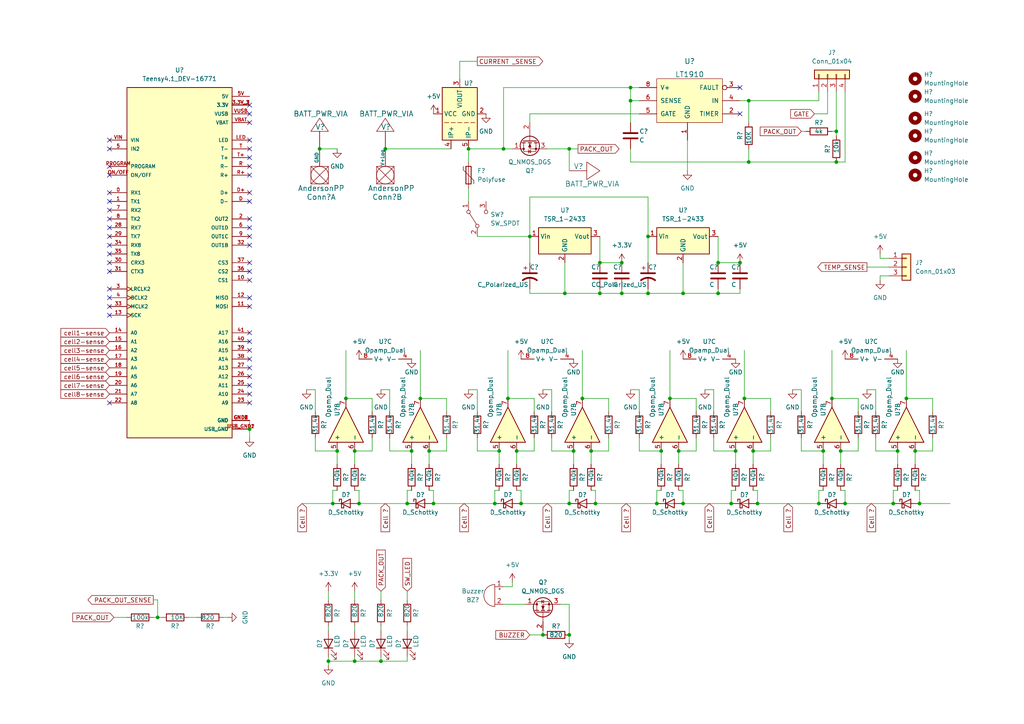
<source format=kicad_sch>
(kicad_sch (version 20211123) (generator eeschema)
  (paper "A4")
  (junction (at 153.67 68.58))
  (junction (at 214.63 76.2))
  (junction (at 208.28 76.2))
  (junction (at 238.76 130.81))
  (junction (at 180.34 85.09))
  (junction (at 135.89 43.18))
  (junction (at 260.35 130.81))
  (junction (at 196.85 130.81))
  (junction (at 245.11 146.05))
  (junction (at 121.92 115.57))
  (junction (at 198.12 146.05))
  (junction (at 102.87 191.77))
  (junction (at 187.96 85.09))
  (junction (at 237.49 146.05))
  (junction (at 198.12 85.09))
  (junction (at 218.44 130.81))
  (junction (at 171.45 130.81))
  (junction (at 125.73 146.05))
  (junction (at 182.88 29.21))
  (junction (at 119.38 130.81))
  (junction (at 165.1 146.05))
  (junction (at 262.89 115.57))
  (junction (at 118.11 146.05))
  (junction (at 72.39 124.46))
  (junction (at 241.3 115.57))
  (junction (at 147.32 115.57))
  (junction (at 208.28 85.09))
  (junction (at 182.88 25.4))
  (junction (at 217.17 46.99))
  (junction (at 190.5 146.05))
  (junction (at 143.51 146.05))
  (junction (at 102.87 130.81))
  (junction (at 95.25 191.77))
  (junction (at 104.14 146.05))
  (junction (at 180.34 76.2))
  (junction (at 194.31 115.57))
  (junction (at 110.49 191.77))
  (junction (at 100.33 115.57))
  (junction (at 144.78 130.81))
  (junction (at 45.72 179.07))
  (junction (at 165.1 43.18))
  (junction (at 265.43 130.81))
  (junction (at 97.79 130.81))
  (junction (at 187.96 68.58))
  (junction (at 242.57 46.99))
  (junction (at 149.86 130.81))
  (junction (at 213.36 130.81))
  (junction (at 172.72 146.05))
  (junction (at 191.77 130.81))
  (junction (at 92.71 43.18))
  (junction (at 151.13 146.05))
  (junction (at 146.05 43.18))
  (junction (at 215.9 115.57))
  (junction (at 166.37 130.81))
  (junction (at 173.99 85.09))
  (junction (at 173.99 76.2))
  (junction (at 124.46 130.81))
  (junction (at 217.17 29.21))
  (junction (at 242.57 38.1))
  (junction (at 165.1 184.15))
  (junction (at 111.76 43.18))
  (junction (at 96.52 146.05))
  (junction (at 212.09 146.05))
  (junction (at 243.84 130.81))
  (junction (at 266.7 146.05))
  (junction (at 163.83 85.09))
  (junction (at 259.08 146.05))
  (junction (at 157.48 184.15))
  (junction (at 168.91 115.57))
  (junction (at 219.71 146.05))
  (no_connect (at 72.39 116.84))
  (no_connect (at 72.39 114.3))
  (no_connect (at 72.39 111.76))
  (no_connect (at 72.39 109.22))
  (no_connect (at 72.39 106.68))
  (no_connect (at 72.39 104.14))
  (no_connect (at 72.39 101.6))
  (no_connect (at 72.39 99.06))
  (no_connect (at 72.39 96.52))
  (no_connect (at 31.75 116.84))
  (no_connect (at 72.39 88.9))
  (no_connect (at 72.39 86.36))
  (no_connect (at 31.75 55.88))
  (no_connect (at 31.75 58.42))
  (no_connect (at 31.75 60.96))
  (no_connect (at 31.75 63.5))
  (no_connect (at 31.75 66.04))
  (no_connect (at 31.75 68.58))
  (no_connect (at 31.75 71.12))
  (no_connect (at 31.75 73.66))
  (no_connect (at 31.75 76.2))
  (no_connect (at 72.39 81.28))
  (no_connect (at 72.39 78.74))
  (no_connect (at 72.39 76.2))
  (no_connect (at 72.39 71.12))
  (no_connect (at 72.39 68.58))
  (no_connect (at 72.39 66.04))
  (no_connect (at 72.39 63.5))
  (no_connect (at 72.39 30.48))
  (no_connect (at 72.39 33.02))
  (no_connect (at 72.39 35.56))
  (no_connect (at 31.75 40.64))
  (no_connect (at 31.75 43.18))
  (no_connect (at 31.75 48.26))
  (no_connect (at 31.75 50.8))
  (no_connect (at 31.75 78.74))
  (no_connect (at 31.75 83.82))
  (no_connect (at 31.75 86.36))
  (no_connect (at 31.75 88.9))
  (no_connect (at 31.75 91.44))
  (no_connect (at 72.39 40.64))
  (no_connect (at 72.39 43.18))
  (no_connect (at 72.39 45.72))
  (no_connect (at 72.39 48.26))
  (no_connect (at 72.39 50.8))
  (no_connect (at 214.63 25.4))
  (no_connect (at 214.63 33.02))
  (no_connect (at 72.39 55.88))
  (no_connect (at 72.39 58.42))
  (wire (pts (xy 176.53 119.38) (xy 176.53 115.57)))
  (wire (pts (xy 118.11 142.24) (xy 118.11 146.05)))
  (wire (pts (xy 270.51 130.81) (xy 270.51 127)))
  (wire (pts (xy 187.96 85.09) (xy 198.12 85.09)))
  (wire (pts (xy 100.33 101.6) (xy 100.33 115.57)))
  (wire (pts (xy 176.53 115.57) (xy 168.91 115.57)))
  (wire (pts (xy 111.76 43.18) (xy 130.81 43.18)))
  (wire (pts (xy 198.12 85.09) (xy 208.28 85.09)))
  (wire (pts (xy 255.27 80.01) (xy 257.81 80.01)))
  (wire (pts (xy 208.28 85.09) (xy 214.63 85.09)))
  (wire (pts (xy 153.67 83.82) (xy 153.67 85.09)))
  (wire (pts (xy 165.1 184.15) (xy 165.1 185.42)))
  (wire (pts (xy 255.27 74.93) (xy 255.27 73.66)))
  (wire (pts (xy 245.11 26.67) (xy 245.11 46.99)))
  (wire (pts (xy 44.45 173.99) (xy 45.72 173.99)))
  (wire (pts (xy 207.01 130.81) (xy 207.01 127)))
  (wire (pts (xy 232.41 130.81) (xy 238.76 130.81)))
  (wire (pts (xy 245.11 46.99) (xy 242.57 46.99)))
  (wire (pts (xy 87.63 146.05) (xy 96.52 146.05)))
  (wire (pts (xy 104.14 142.24) (xy 104.14 146.05)))
  (wire (pts (xy 166.37 142.24) (xy 165.1 142.24)))
  (wire (pts (xy 218.44 142.24) (xy 219.71 142.24)))
  (wire (pts (xy 95.25 181.61) (xy 95.25 182.88)))
  (wire (pts (xy 180.34 83.82) (xy 180.34 85.09)))
  (wire (pts (xy 135.89 43.18) (xy 135.89 46.99)))
  (wire (pts (xy 163.83 85.09) (xy 173.99 85.09)))
  (wire (pts (xy 243.84 130.81) (xy 243.84 134.62)))
  (wire (pts (xy 102.87 142.24) (xy 104.14 142.24)))
  (wire (pts (xy 146.05 25.4) (xy 182.88 25.4)))
  (wire (pts (xy 190.5 142.24) (xy 190.5 146.05)))
  (wire (pts (xy 257.81 74.93) (xy 255.27 74.93)))
  (wire (pts (xy 266.7 142.24) (xy 266.7 146.05)))
  (wire (pts (xy 158.75 43.18) (xy 165.1 43.18)))
  (wire (pts (xy 185.42 130.81) (xy 185.42 127)))
  (wire (pts (xy 218.44 130.81) (xy 223.52 130.81)))
  (wire (pts (xy 133.35 17.78) (xy 138.43 17.78)))
  (wire (pts (xy 110.49 171.45) (xy 110.49 173.99)))
  (wire (pts (xy 45.72 173.99) (xy 45.72 179.07)))
  (wire (pts (xy 194.31 101.6) (xy 194.31 115.57)))
  (wire (pts (xy 217.17 43.18) (xy 217.17 46.99)))
  (wire (pts (xy 248.92 115.57) (xy 241.3 115.57)))
  (wire (pts (xy 217.17 46.99) (xy 242.57 46.99)))
  (wire (pts (xy 133.35 22.86) (xy 133.35 17.78)))
  (wire (pts (xy 144.78 130.81) (xy 144.78 134.62)))
  (wire (pts (xy 173.99 68.58) (xy 173.99 76.2)))
  (wire (pts (xy 118.11 181.61) (xy 118.11 182.88)))
  (wire (pts (xy 187.96 68.58) (xy 187.96 76.2)))
  (wire (pts (xy 154.94 119.38) (xy 154.94 115.57)))
  (wire (pts (xy 196.85 130.81) (xy 201.93 130.81)))
  (wire (pts (xy 248.92 119.38) (xy 248.92 115.57)))
  (wire (pts (xy 102.87 190.5) (xy 102.87 191.77)))
  (wire (pts (xy 173.99 85.09) (xy 180.34 85.09)))
  (wire (pts (xy 213.36 142.24) (xy 212.09 142.24)))
  (wire (pts (xy 146.05 43.18) (xy 148.59 43.18)))
  (wire (pts (xy 144.78 142.24) (xy 143.51 142.24)))
  (wire (pts (xy 255.27 81.28) (xy 255.27 80.01)))
  (wire (pts (xy 232.41 38.1) (xy 233.68 38.1)))
  (wire (pts (xy 102.87 130.81) (xy 102.87 134.62)))
  (wire (pts (xy 212.09 142.24) (xy 212.09 146.05)))
  (wire (pts (xy 245.11 142.24) (xy 245.11 146.05)))
  (wire (pts (xy 182.88 25.4) (xy 182.88 29.21)))
  (wire (pts (xy 162.56 175.26) (xy 165.1 175.26)))
  (wire (pts (xy 168.91 101.6) (xy 168.91 115.57)))
  (wire (pts (xy 44.45 179.07) (xy 45.72 179.07)))
  (wire (pts (xy 138.43 68.58) (xy 153.67 68.58)))
  (wire (pts (xy 153.67 184.15) (xy 157.48 184.15)))
  (wire (pts (xy 260.35 130.81) (xy 260.35 134.62)))
  (wire (pts (xy 204.47 113.03) (xy 207.01 113.03)))
  (wire (pts (xy 185.42 113.03) (xy 185.42 119.38)))
  (wire (pts (xy 191.77 130.81) (xy 191.77 134.62)))
  (wire (pts (xy 97.79 130.81) (xy 97.79 134.62)))
  (wire (pts (xy 196.85 130.81) (xy 196.85 134.62)))
  (wire (pts (xy 107.95 119.38) (xy 107.95 115.57)))
  (wire (pts (xy 149.86 130.81) (xy 154.94 130.81)))
  (wire (pts (xy 172.72 146.05) (xy 190.5 146.05)))
  (wire (pts (xy 207.01 130.81) (xy 213.36 130.81)))
  (wire (pts (xy 213.36 130.81) (xy 213.36 134.62)))
  (wire (pts (xy 223.52 115.57) (xy 215.9 115.57)))
  (wire (pts (xy 198.12 142.24) (xy 198.12 146.05)))
  (wire (pts (xy 214.63 29.21) (xy 217.17 29.21)))
  (wire (pts (xy 129.54 130.81) (xy 129.54 127)))
  (wire (pts (xy 171.45 142.24) (xy 172.72 142.24)))
  (wire (pts (xy 163.83 76.2) (xy 163.83 85.09)))
  (wire (pts (xy 171.45 130.81) (xy 176.53 130.81)))
  (wire (pts (xy 96.52 142.24) (xy 96.52 146.05)))
  (wire (pts (xy 182.88 25.4) (xy 185.42 25.4)))
  (wire (pts (xy 238.76 130.81) (xy 238.76 134.62)))
  (wire (pts (xy 143.51 142.24) (xy 143.51 146.05)))
  (wire (pts (xy 201.93 130.81) (xy 201.93 127)))
  (wire (pts (xy 154.94 130.81) (xy 154.94 127)))
  (wire (pts (xy 218.44 130.81) (xy 218.44 134.62)))
  (wire (pts (xy 110.49 190.5) (xy 110.49 191.77)))
  (wire (pts (xy 153.67 35.56) (xy 153.67 33.02)))
  (wire (pts (xy 125.73 142.24) (xy 125.73 146.05)))
  (wire (pts (xy 217.17 29.21) (xy 217.17 35.56)))
  (wire (pts (xy 54.61 179.07) (xy 57.15 179.07)))
  (wire (pts (xy 240.03 26.67) (xy 240.03 33.02)))
  (wire (pts (xy 187.96 83.82) (xy 187.96 85.09)))
  (wire (pts (xy 265.43 142.24) (xy 266.7 142.24)))
  (wire (pts (xy 149.86 130.81) (xy 149.86 134.62)))
  (wire (pts (xy 266.7 146.05) (xy 275.59 146.05)))
  (wire (pts (xy 91.44 130.81) (xy 97.79 130.81)))
  (wire (pts (xy 187.96 57.15) (xy 187.96 68.58)))
  (wire (pts (xy 165.1 175.26) (xy 165.1 184.15)))
  (wire (pts (xy 201.93 115.57) (xy 194.31 115.57)))
  (wire (pts (xy 207.01 113.03) (xy 207.01 119.38)))
  (wire (pts (xy 232.41 113.03) (xy 232.41 119.38)))
  (wire (pts (xy 196.85 142.24) (xy 198.12 142.24)))
  (wire (pts (xy 113.03 113.03) (xy 113.03 119.38)))
  (wire (pts (xy 245.11 146.05) (xy 259.08 146.05)))
  (wire (pts (xy 176.53 130.81) (xy 176.53 127)))
  (wire (pts (xy 124.46 130.81) (xy 129.54 130.81)))
  (wire (pts (xy 110.49 113.03) (xy 113.03 113.03)))
  (wire (pts (xy 248.92 130.81) (xy 248.92 127)))
  (wire (pts (xy 237.49 142.24) (xy 237.49 146.05)))
  (wire (pts (xy 265.43 130.81) (xy 270.51 130.81)))
  (wire (pts (xy 146.05 175.26) (xy 152.4 175.26)))
  (wire (pts (xy 64.77 179.07) (xy 66.04 179.07)))
  (wire (pts (xy 146.05 43.18) (xy 146.05 25.4)))
  (wire (pts (xy 260.35 142.24) (xy 259.08 142.24)))
  (wire (pts (xy 242.57 26.67) (xy 242.57 38.1)))
  (wire (pts (xy 121.92 101.6) (xy 121.92 115.57)))
  (wire (pts (xy 270.51 115.57) (xy 262.89 115.57)))
  (wire (pts (xy 215.9 101.6) (xy 215.9 115.57)))
  (wire (pts (xy 199.39 40.64) (xy 199.39 49.53)))
  (wire (pts (xy 88.9 113.03) (xy 91.44 113.03)))
  (wire (pts (xy 153.67 85.09) (xy 163.83 85.09)))
  (wire (pts (xy 97.79 142.24) (xy 96.52 142.24)))
  (wire (pts (xy 254 130.81) (xy 254 127)))
  (wire (pts (xy 251.46 113.03) (xy 254 113.03)))
  (wire (pts (xy 157.48 113.03) (xy 160.02 113.03)))
  (wire (pts (xy 95.25 191.77) (xy 95.25 193.04)))
  (wire (pts (xy 149.86 142.24) (xy 151.13 142.24)))
  (wire (pts (xy 191.77 142.24) (xy 190.5 142.24)))
  (wire (pts (xy 172.72 142.24) (xy 172.72 146.05)))
  (wire (pts (xy 173.99 83.82) (xy 173.99 85.09)))
  (wire (pts (xy 148.59 170.18) (xy 148.59 168.91)))
  (wire (pts (xy 135.89 58.42) (xy 135.89 54.61)))
  (wire (pts (xy 223.52 119.38) (xy 223.52 115.57)))
  (wire (pts (xy 232.41 130.81) (xy 232.41 127)))
  (wire (pts (xy 259.08 142.24) (xy 259.08 146.05)))
  (wire (pts (xy 72.39 121.92) (xy 72.39 124.46)))
  (wire (pts (xy 154.94 115.57) (xy 147.32 115.57)))
  (wire (pts (xy 229.87 113.03) (xy 232.41 113.03)))
  (wire (pts (xy 72.39 124.46) (xy 72.39 127)))
  (wire (pts (xy 214.63 83.82) (xy 214.63 85.09)))
  (wire (pts (xy 113.03 130.81) (xy 119.38 130.81)))
  (wire (pts (xy 219.71 142.24) (xy 219.71 146.05)))
  (wire (pts (xy 160.02 130.81) (xy 166.37 130.81)))
  (wire (pts (xy 243.84 142.24) (xy 245.11 142.24)))
  (wire (pts (xy 265.43 130.81) (xy 265.43 134.62)))
  (wire (pts (xy 153.67 68.58) (xy 153.67 76.2)))
  (wire (pts (xy 124.46 130.81) (xy 124.46 134.62)))
  (wire (pts (xy 125.73 146.05) (xy 143.51 146.05)))
  (wire (pts (xy 151.13 146.05) (xy 165.1 146.05)))
  (wire (pts (xy 147.32 101.6) (xy 147.32 115.57)))
  (wire (pts (xy 113.03 130.81) (xy 113.03 127)))
  (wire (pts (xy 182.88 29.21) (xy 185.42 29.21)))
  (wire (pts (xy 146.05 170.18) (xy 148.59 170.18)))
  (wire (pts (xy 153.67 33.02) (xy 185.42 33.02)))
  (wire (pts (xy 237.49 26.67) (xy 237.49 29.21)))
  (wire (pts (xy 201.93 119.38) (xy 201.93 115.57)))
  (wire (pts (xy 182.88 29.21) (xy 182.88 35.56)))
  (wire (pts (xy 241.3 101.6) (xy 241.3 115.57)))
  (wire (pts (xy 219.71 146.05) (xy 237.49 146.05)))
  (wire (pts (xy 129.54 115.57) (xy 121.92 115.57)))
  (wire (pts (xy 95.25 190.5) (xy 95.25 191.77)))
  (wire (pts (xy 118.11 191.77) (xy 110.49 191.77)))
  (wire (pts (xy 198.12 76.2) (xy 198.12 85.09)))
  (wire (pts (xy 151.13 142.24) (xy 151.13 146.05)))
  (wire (pts (xy 110.49 181.61) (xy 110.49 182.88)))
  (wire (pts (xy 165.1 43.18) (xy 167.64 43.18)))
  (wire (pts (xy 135.89 113.03) (xy 138.43 113.03)))
  (wire (pts (xy 129.54 119.38) (xy 129.54 115.57)))
  (wire (pts (xy 118.11 190.5) (xy 118.11 191.77)))
  (wire (pts (xy 165.1 43.18) (xy 165.1 49.53)))
  (wire (pts (xy 238.76 142.24) (xy 237.49 142.24)))
  (wire (pts (xy 182.88 43.18) (xy 182.88 46.99)))
  (wire (pts (xy 157.48 182.88) (xy 157.48 184.15)))
  (wire (pts (xy 138.43 130.81) (xy 144.78 130.81)))
  (wire (pts (xy 185.42 130.81) (xy 191.77 130.81)))
  (wire (pts (xy 45.72 179.07) (xy 46.99 179.07)))
  (wire (pts (xy 138.43 113.03) (xy 138.43 119.38)))
  (wire (pts (xy 166.37 130.81) (xy 166.37 134.62)))
  (wire (pts (xy 251.46 77.47) (xy 257.81 77.47)))
  (wire (pts (xy 107.95 115.57) (xy 100.33 115.57)))
  (wire (pts (xy 173.99 76.2) (xy 180.34 76.2)))
  (wire (pts (xy 208.28 76.2) (xy 214.63 76.2)))
  (wire (pts (xy 180.34 85.09) (xy 187.96 85.09)))
  (wire (pts (xy 102.87 171.45) (xy 102.87 173.99)))
  (wire (pts (xy 182.88 113.03) (xy 185.42 113.03)))
  (wire (pts (xy 208.28 68.58) (xy 208.28 76.2)))
  (wire (pts (xy 217.17 29.21) (xy 237.49 29.21)))
  (wire (pts (xy 241.3 38.1) (xy 242.57 38.1)))
  (wire (pts (xy 153.67 57.15) (xy 187.96 57.15)))
  (wire (pts (xy 135.89 43.18) (xy 146.05 43.18)))
  (wire (pts (xy 160.02 130.81) (xy 160.02 127)))
  (wire (pts (xy 254 130.81) (xy 260.35 130.81)))
  (wire (pts (xy 208.28 83.82) (xy 208.28 85.09)))
  (wire (pts (xy 254 113.03) (xy 254 119.38)))
  (wire (pts (xy 243.84 130.81) (xy 248.92 130.81)))
  (wire (pts (xy 104.14 146.05) (xy 118.11 146.05)))
  (wire (pts (xy 107.95 130.81) (xy 107.95 127)))
  (wire (pts (xy 182.88 46.99) (xy 217.17 46.99)))
  (wire (pts (xy 95.25 171.45) (xy 95.25 173.99)))
  (wire (pts (xy 91.44 130.81) (xy 91.44 127)))
  (wire (pts (xy 102.87 191.77) (xy 95.25 191.77)))
  (wire (pts (xy 160.02 113.03) (xy 160.02 119.38)))
  (wire (pts (xy 118.11 171.45) (xy 118.11 173.99)))
  (wire (pts (xy 198.12 146.05) (xy 212.09 146.05)))
  (wire (pts (xy 171.45 130.81) (xy 171.45 134.62)))
  (wire (pts (xy 262.89 101.6) (xy 262.89 115.57)))
  (wire (pts (xy 236.22 33.02) (xy 240.03 33.02)))
  (wire (pts (xy 165.1 142.24) (xy 165.1 146.05)))
  (wire (pts (xy 153.67 68.58) (xy 153.67 57.15)))
  (wire (pts (xy 110.49 191.77) (xy 102.87 191.77)))
  (wire (pts (xy 270.51 119.38) (xy 270.51 115.57)))
  (wire (pts (xy 102.87 130.81) (xy 107.95 130.81)))
  (wire (pts (xy 124.46 142.24) (xy 125.73 142.24)))
  (wire (pts (xy 242.57 38.1) (xy 242.57 39.37)))
  (wire (pts (xy 223.52 130.81) (xy 223.52 127)))
  (wire (pts (xy 138.43 130.81) (xy 138.43 127)))
  (wire (pts (xy 119.38 142.24) (xy 118.11 142.24)))
  (wire (pts (xy 102.87 181.61) (xy 102.87 182.88)))
  (wire (pts (xy 33.02 179.07) (xy 36.83 179.07)))
  (wire (pts (xy 92.71 43.18) (xy 97.79 43.18)))
  (wire (pts (xy 91.44 113.03) (xy 91.44 119.38)))
  (wire (pts (xy 119.38 130.81) (xy 119.38 134.62)))
  (global_label "cell4-sense" (shape input) (at 31.75 104.14 180) (property "Intersheet References" "${INTERSHEET_REFS}" (effects hide)))
  (global_label "TEMP_SENSE" (shape output) (at 251.46 77.47 180) (property "Intersheet References" "${INTERSHEET_REFS}" (effects hide)))
  (global_label "Cell ?" (shape input) (at 111.76 146.05 270) (property "Intersheet References" "${INTERSHEET_REFS}" (effects hide)))
  (global_label "Cell ?" (shape input) (at 228.6 146.05 270) (property "Intersheet References" "${INTERSHEET_REFS}" (effects hide)))
  (global_label "cell3-sense" (shape input) (at 31.75 101.6 180) (property "Intersheet References" "${INTERSHEET_REFS}" (effects hide)))
  (global_label "Cell ?" (shape input) (at 181.61 146.05 270) (property "Intersheet References" "${INTERSHEET_REFS}" (effects hide)))
  (global_label "Cell ?" (shape input) (at 252.73 146.05 270) (property "Intersheet References" "${INTERSHEET_REFS}" (effects hide)))
  (global_label "CURRENT _SENSE" (shape output) (at 138.43 17.78 0) (property "Intersheet References" "${INTERSHEET_REFS}" (effects hide)))
  (global_label "Cell ?" (shape input) (at 205.74 146.05 270) (property "Intersheet References" "${INTERSHEET_REFS}" (effects hide)))
  (global_label "GATE" (shape input) (at 236.22 33.02 180) (property "Intersheet References" "${INTERSHEET_REFS}" (effects hide)))
  (global_label "cell6-sense" (shape input) (at 31.75 109.22 180) (property "Intersheet References" "${INTERSHEET_REFS}" (effects hide)))
  (global_label "BUZZER" (shape input) (at 153.67 184.15 180) (property "Intersheet References" "${INTERSHEET_REFS}" (effects hide)))
  (global_label "cell1-sense" (shape input) (at 31.75 96.52 180) (property "Intersheet References" "${INTERSHEET_REFS}" (effects hide)))
  (global_label "Cell ?" (shape input) (at 158.75 146.05 270) (property "Intersheet References" "${INTERSHEET_REFS}" (effects hide)))
  (global_label "cell7-sense" (shape input) (at 31.75 111.76 180) (property "Intersheet References" "${INTERSHEET_REFS}" (effects hide)))
  (global_label "PACK_OUT" (shape input) (at 33.02 179.07 180) (property "Intersheet References" "${INTERSHEET_REFS}" (effects hide)))
  (global_label "SW_LED" (shape input) (at 118.11 171.45 90) (property "Intersheet References" "${INTERSHEET_REFS}" (effects hide)))
  (global_label "PACK_OUT_SENSE" (shape output) (at 44.45 173.99 180) (property "Intersheet References" "${INTERSHEET_REFS}" (effects hide)))
  (global_label "PACK_OUT" (shape input) (at 232.41 38.1 180) (property "Intersheet References" "${INTERSHEET_REFS}" (effects hide)))
  (global_label "cell2-sense" (shape input) (at 31.75 99.06 180) (property "Intersheet References" "${INTERSHEET_REFS}" (effects hide)))
  (global_label "Cell ?" (shape input) (at 134.62 146.05 270) (property "Intersheet References" "${INTERSHEET_REFS}" (effects hide)))
  (global_label "Cell ?" (shape input) (at 87.63 146.05 270) (property "Intersheet References" "${INTERSHEET_REFS}" (effects hide)))
  (global_label "PACK_OUT" (shape output) (at 167.64 43.18 0) (property "Intersheet References" "${INTERSHEET_REFS}" (effects hide)))
  (global_label "cell8-sense" (shape input) (at 31.75 114.3 180) (property "Intersheet References" "${INTERSHEET_REFS}" (effects hide)))
  (global_label "PACK_OUT" (shape input) (at 110.49 171.45 90) (property "Intersheet References" "${INTERSHEET_REFS}" (effects hide)))
  (global_label "cell5-sense" (shape input) (at 31.75 106.68 180) (property "Intersheet References" "${INTERSHEET_REFS}" (effects hide)))
  (symbol (lib_id "Device:R") (at 149.86 138.43 0) (unit 1)
    (property "Reference" "R?" (at 152.4 139.7 90) (effects (justify left)))
    (property "Value" "40k" (at 149.86 139.7 90) (effects (justify left)))
  )
  (symbol (lib_id "Device:R") (at 160.02 123.19 0) (unit 1)
    (property "Reference" "R?" (at 162.56 124.46 90) (effects (justify left)))
    (property "Value" "31.4k" (at 160.02 125.73 90) (effects (justify left)))
  )
  (symbol (lib_id "Device:Opamp_Dual") (at 194.31 123.19 90) (unit 2)
    (property "Reference" "U?" (at 191.77 116.84 0) (effects (justify right)))
    (property "Value" "Opamp_Dual" (at 189.23 109.22 0) (effects (justify right)))
  )
  (symbol (lib_id "power:+5V") (at 125.73 33.02 0) (unit 1)
    (property "Reference" "#PWR?" (effects hide))
    (property "Value" "+5V" (at 125.73 27.94 0))
  )
  (symbol (lib_id "Regulator_Switching:TSR_1-2433") (at 163.83 71.12 0) (unit 1)
    (property "Reference" "U?" (at 163.83 60.96 0))
    (property "Value" "TSR_1-2433" (at 163.83 63.5 0))
    (property "Footprint" "Converter_DCDC:Converter_DCDC_TRACO_TSR-1_THT" (effects hide))
    (property "Datasheet" "http://www.tracopower.com/products/tsr1.pdf" (effects hide))
  )
  (symbol (lib_id "power:GND") (at 165.1 185.42 0) (unit 1)
    (property "Reference" "#PWR?" (effects hide))
    (property "Value" "GND" (at 165.1 190.5 0))
  )
  (symbol (lib_id "Device:Opamp_Dual") (at 205.74 101.6 90) (unit 3)
    (property "Reference" "U?" (at 205.74 99.06 90))
    (property "Value" "Opamp_Dual" (at 205.74 101.6 90))
  )
  (symbol (lib_id "Device:D_Schottky") (at 241.3 146.05 0) (unit 1)
    (property "Reference" "D?" (at 241.3 143.51 0))
    (property "Value" "D_Schottky" (at 241.3 148.59 0))
  )
  (symbol (lib_id "Device:R") (at 238.76 138.43 0) (unit 1)
    (property "Reference" "R?" (at 241.3 139.7 90) (effects (justify left)))
    (property "Value" "40k" (at 238.76 139.7 90) (effects (justify left)))
  )
  (symbol (lib_id "Device:R") (at 196.85 138.43 0) (unit 1)
    (property "Reference" "R?" (at 199.39 139.7 90) (effects (justify left)))
    (property "Value" "40k" (at 196.85 139.7 90) (effects (justify left)))
  )
  (symbol (lib_id "MRDT_ICs:LT1910") (at 209.55 35.56 0) (mirror y) (unit 1)
    (property "Reference" "U?" (at 200.025 17.78 0) (effects (font (size 1.524 1.524))))
    (property "Value" "LT1910" (at 200.025 21.59 0) (effects (font (size 1.524 1.524))))
  )
  (symbol (lib_id "Device:D_Schottky") (at 121.92 146.05 0) (unit 1)
    (property "Reference" "D?" (at 121.92 143.51 0))
    (property "Value" "D_Schottky" (at 121.92 148.59 0))
  )
  (symbol (lib_id "power:+5V") (at 255.27 73.66 0) (unit 1)
    (property "Reference" "#PWR?" (effects hide))
    (property "Value" "+5V" (at 255.27 68.58 0))
  )
  (symbol (lib_id "Device:R") (at 102.87 138.43 0) (unit 1)
    (property "Reference" "R?" (at 105.41 139.7 90) (effects (justify left)))
    (property "Value" "40k" (at 102.87 139.7 90) (effects (justify left)))
  )
  (symbol (lib_id "MRDT_Drill_Holes:BATT_PWR_VIA") (at 111.76 38.1 0) (unit 1)
    (property "Reference" "V?" (at 110.49 36.83 0) (effects (font (size 1.524 1.524)) (justify left)))
    (property "Value" "BATT_PWR_VIA" (at 104.14 33.02 0) (effects (font (size 1.524 1.524)) (justify left)))
  )
  (symbol (lib_id "Connector_Generic:Conn_01x04") (at 240.03 21.59 90) (unit 1)
    (property "Reference" "J?" (at 241.3 15.24 90))
    (property "Value" "Conn_01x04" (at 241.3 17.78 90))
  )
  (symbol (lib_id "power:GND") (at 135.89 113.03 0) (unit 1)
    (property "Reference" "#PWR?" (effects hide))
    (property "Value" "GND" (at 135.89 118.11 0))
  )
  (symbol (lib_id "Device:R") (at 95.25 177.8 0) (unit 1)
    (property "Reference" "R?" (at 97.79 179.07 90) (effects (justify left)))
    (property "Value" "820" (at 95.25 179.07 90) (effects (justify left)))
  )
  (symbol (lib_id "power:+5V") (at 102.87 171.45 0) (unit 1)
    (property "Reference" "#PWR?" (effects hide))
    (property "Value" "+5V" (at 102.87 166.37 0))
  )
  (symbol (lib_id "Device:R") (at 118.11 177.8 0) (unit 1)
    (property "Reference" "R?" (at 120.65 179.07 90) (effects (justify left)))
    (property "Value" "820" (at 118.11 179.07 90) (effects (justify left)))
  )
  (symbol (lib_id "power:+5V") (at 104.14 104.14 0) (unit 1)
    (property "Reference" "#PWR?" (effects hide))
    (property "Value" "+5V" (at 104.14 99.06 0))
  )
  (symbol (lib_id "Device:R") (at 201.93 123.19 0) (unit 1)
    (property "Reference" "R?" (at 204.47 124.46 90) (effects (justify left)))
    (property "Value" "31.4k" (at 201.93 125.73 90) (effects (justify left)))
  )
  (symbol (lib_id "Device:LED") (at 95.25 186.69 90) (unit 1)
    (property "Reference" "D?" (at 92.71 185.42 0) (effects (justify right)))
    (property "Value" "LED" (at 97.79 184.15 0) (effects (justify right)))
  )
  (symbol (lib_id "Connector_Generic:Conn_01x03") (at 262.89 77.47 0) (unit 1)
    (property "Reference" "J?" (at 265.43 76.1999 0) (effects (justify left)))
    (property "Value" "Conn_01x03" (at 265.43 78.7399 0) (effects (justify left)))
  )
  (symbol (lib_id "Device:R") (at 113.03 123.19 0) (unit 1)
    (property "Reference" "R?" (at 115.57 124.46 90) (effects (justify left)))
    (property "Value" "31.4k" (at 113.03 125.73 90) (effects (justify left)))
  )
  (symbol (lib_id "Device:R") (at 40.64 179.07 90) (unit 1)
    (property "Reference" "R?" (at 41.91 181.61 90) (effects (justify left)))
    (property "Value" "100k" (at 43.18 179.07 90) (effects (justify left)))
  )
  (symbol (lib_id "MRDT_Connectors:AndersonPP") (at 95.25 53.34 90) (unit 1)
    (property "Reference" "Conn?" (at 88.9 57.15 90) (effects (font (size 1.524 1.524)) (justify right)))
    (property "Value" "AndersonPP" (at 86.36 54.61 90) (effects (font (size 1.524 1.524)) (justify right)))
  )
  (symbol (lib_id "Device:D_Schottky") (at 194.31 146.05 0) (unit 1)
    (property "Reference" "D?" (at 194.31 143.51 0))
    (property "Value" "D_Schottky" (at 194.31 148.59 0))
  )
  (symbol (lib_id "power:GND") (at 204.47 113.03 0) (unit 1)
    (property "Reference" "#PWR?" (effects hide))
    (property "Value" "GND" (at 204.47 118.11 0))
  )
  (symbol (lib_id "Device:Opamp_Dual") (at 147.32 123.19 90) (unit 2)
    (property "Reference" "U?" (at 144.78 116.84 0) (effects (justify right)))
    (property "Value" "Opamp_Dual" (at 142.24 109.22 0) (effects (justify right)))
  )
  (symbol (lib_id "Device:R") (at 50.8 179.07 90) (unit 1)
    (property "Reference" "R?" (at 52.07 181.61 90) (effects (justify left)))
    (property "Value" "10K" (at 53.34 179.07 90) (effects (justify left)))
  )
  (symbol (lib_id "Device:R") (at 119.38 138.43 0) (unit 1)
    (property "Reference" "R?" (at 121.92 139.7 90) (effects (justify left)))
    (property "Value" "40k" (at 119.38 139.7 90) (effects (justify left)))
  )
  (symbol (lib_id "Sensor_Current:ACS758xCB-200B-PFF") (at 133.35 33.02 90) (unit 1)
    (property "Reference" "U?" (at 135.89 24.13 90))
    (property "Value" "ACS758xCB-200B-PFF" (effects hide))
    (property "Footprint" "Sensor_Current:Allegro_CB_PFF" (effects hide))
    (property "Datasheet" "http://www.allegromicro.com/~/media/Files/Datasheets/ACS758-Datasheet.ashx?la=en" (effects hide))
  )
  (symbol (lib_id "Device:R") (at 232.41 123.19 0) (unit 1)
    (property "Reference" "R?" (at 234.95 124.46 90) (effects (justify left)))
    (property "Value" "31.4k" (at 232.41 125.73 90) (effects (justify left)))
  )
  (symbol (lib_id "Device:D_Schottky") (at 147.32 146.05 0) (unit 1)
    (property "Reference" "D?" (at 147.32 143.51 0))
    (property "Value" "D_Schottky" (at 147.32 148.59 0))
  )
  (symbol (lib_id "Device:D_Schottky") (at 168.91 146.05 0) (unit 1)
    (property "Reference" "D?" (at 168.91 143.51 0))
    (property "Value" "D_Schottky" (at 168.91 148.59 0))
  )
  (symbol (lib_id "power:GND") (at 182.88 113.03 0) (unit 1)
    (property "Reference" "#PWR?" (effects hide))
    (property "Value" "GND" (at 182.88 118.11 0))
  )
  (symbol (lib_id "power:+5V") (at 151.13 104.14 0) (unit 1)
    (property "Reference" "#PWR?" (effects hide))
    (property "Value" "+5V" (at 151.13 99.06 0))
  )
  (symbol (lib_id "Device:C_Polarized_US") (at 153.67 80.01 0) (unit 1)
    (property "Reference" "C?" (at 153.67 77.47 0) (effects (justify left)))
    (property "Value" "C_Polarized_US" (at 138.43 82.55 0) (effects (justify left)))
  )
  (symbol (lib_id "Device:Opamp_Dual") (at 121.92 123.19 90) (unit 2)
    (property "Reference" "U?" (at 119.38 116.84 0) (effects (justify right)))
    (property "Value" "Opamp_Dual" (at 116.84 109.22 0) (effects (justify right)))
  )
  (symbol (lib_id "Device:R") (at 102.87 177.8 0) (unit 1)
    (property "Reference" "R?" (at 105.41 179.07 90) (effects (justify left)))
    (property "Value" "820" (at 102.87 179.07 90) (effects (justify left)))
  )
  (symbol (lib_id "Mechanical:MountingHole") (at 265.43 50.8 0) (unit 1)
    (property "Reference" "H?" (at 267.97 49.5299 0) (effects (justify left)))
    (property "Value" "MountingHole" (at 267.97 52.0699 0) (effects (justify left)))
  )
  (symbol (lib_id "Device:R") (at 260.35 138.43 0) (unit 1)
    (property "Reference" "R?" (at 262.89 139.7 90) (effects (justify left)))
    (property "Value" "40k" (at 260.35 139.7 90) (effects (justify left)))
  )
  (symbol (lib_id "power:+5V") (at 198.12 104.14 0) (unit 1)
    (property "Reference" "#PWR?" (effects hide))
    (property "Value" "+5V" (at 198.12 99.06 0))
  )
  (symbol (lib_id "power:GND") (at 260.35 104.14 0) (unit 1)
    (property "Reference" "#PWR?" (effects hide))
    (property "Value" "GND" (at 260.35 107.95 0))
  )
  (symbol (lib_id "power:GND") (at 66.04 179.07 90) (unit 1)
    (property "Reference" "#PWR?" (effects hide))
    (property "Value" "GND" (at 71.12 179.07 0))
  )
  (symbol (lib_id "power:GND") (at 140.97 33.02 0) (unit 1)
    (property "Reference" "#PWR?" (effects hide))
    (property "Value" "GND" (at 140.97 38.1 0))
  )
  (symbol (lib_id "Device:C") (at 208.28 80.01 0) (unit 1)
    (property "Reference" "C?" (at 205.74 77.47 0) (effects (justify left)))
    (property "Value" "C" (at 205.74 82.55 0) (effects (justify left)))
  )
  (symbol (lib_id "Device:R") (at 161.29 184.15 90) (unit 1)
    (property "Reference" "R?" (at 161.29 181.61 90))
    (property "Value" "820" (at 161.29 184.15 90))
  )
  (symbol (lib_id "Device:R") (at 270.51 123.19 0) (unit 1)
    (property "Reference" "R?" (at 273.05 124.46 90) (effects (justify left)))
    (property "Value" "31.4k" (at 270.51 125.73 90) (effects (justify left)))
  )
  (symbol (lib_id "Device:Opamp_Dual") (at 215.9 123.19 90) (unit 2)
    (property "Reference" "U?" (at 213.36 116.84 0) (effects (justify right)))
    (property "Value" "Opamp_Dual" (at 210.82 109.22 0) (effects (justify right)))
  )
  (symbol (lib_id "Device:R") (at 176.53 123.19 0) (unit 1)
    (property "Reference" "R?" (at 179.07 124.46 90) (effects (justify left)))
    (property "Value" "31.4k" (at 176.53 125.73 90) (effects (justify left)))
  )
  (symbol (lib_id "power:GND") (at 119.38 104.14 0) (unit 1)
    (property "Reference" "#PWR?" (effects hide))
    (property "Value" "GND" (at 119.38 107.95 0))
  )
  (symbol (lib_id "Device:Opamp_Dual") (at 252.73 101.6 90) (unit 3)
    (property "Reference" "U?" (at 252.73 99.06 90))
    (property "Value" "Opamp_Dual" (at 252.73 101.6 90))
  )
  (symbol (lib_id "power:+5V") (at 245.11 104.14 0) (unit 1)
    (property "Reference" "#PWR?" (effects hide))
    (property "Value" "+5V" (at 245.11 99.06 0))
  )
  (symbol (lib_id "Device:LED") (at 110.49 186.69 90) (unit 1)
    (property "Reference" "D?" (at 107.95 185.42 0) (effects (justify right)))
    (property "Value" "LED" (at 113.03 184.15 0) (effects (justify right)))
  )
  (symbol (lib_id "Device:R") (at 171.45 138.43 0) (unit 1)
    (property "Reference" "R?" (at 173.99 139.7 90) (effects (justify left)))
    (property "Value" "40k" (at 171.45 139.7 90) (effects (justify left)))
  )
  (symbol (lib_id "Device:Opamp_Dual") (at 168.91 123.19 90) (unit 2)
    (property "Reference" "U?" (at 166.37 116.84 0) (effects (justify right)))
    (property "Value" "Opamp_Dual" (at 163.83 109.22 0) (effects (justify right)))
  )
  (symbol (lib_id "Device:Opamp_Dual") (at 111.76 101.6 90) (unit 3)
    (property "Reference" "U?" (at 111.76 99.06 90))
    (property "Value" "Opamp_Dual" (at 111.76 101.6 90))
  )
  (symbol (lib_id "Device:D_Schottky") (at 262.89 146.05 0) (unit 1)
    (property "Reference" "D?" (at 262.89 143.51 0))
    (property "Value" "D_Schottky" (at 262.89 148.59 0))
  )
  (symbol (lib_id "Device:R") (at 110.49 177.8 0) (unit 1)
    (property "Reference" "R?" (at 113.03 179.07 90) (effects (justify left)))
    (property "Value" "820" (at 110.49 179.07 90) (effects (justify left)))
  )
  (symbol (lib_id "Device:C") (at 173.99 80.01 0) (unit 1)
    (property "Reference" "C?" (at 171.45 77.47 0) (effects (justify left)))
    (property "Value" "C" (at 171.45 82.55 0) (effects (justify left)))
  )
  (symbol (lib_id "Device:Opamp_Dual") (at 100.33 123.19 90) (unit 2)
    (property "Reference" "U?" (at 97.79 116.84 0) (effects (justify right)))
    (property "Value" "Opamp_Dual" (at 95.25 109.22 0) (effects (justify right)))
  )
  (symbol (lib_id "Device:R") (at 129.54 123.19 0) (unit 1)
    (property "Reference" "R?" (at 132.08 124.46 90) (effects (justify left)))
    (property "Value" "31.4k" (at 129.54 125.73 90) (effects (justify left)))
  )
  (symbol (lib_id "Mechanical:MountingHole") (at 265.43 45.72 0) (unit 1)
    (property "Reference" "H?" (at 267.97 44.4499 0) (effects (justify left)))
    (property "Value" "MountingHole" (at 267.97 46.9899 0) (effects (justify left)))
  )
  (symbol (lib_id "MRDT_Connectors:AndersonPP") (at 114.3 53.34 90) (unit 2)
    (property "Reference" "Conn?" (at 107.95 57.15 90) (effects (font (size 1.524 1.524)) (justify right)))
    (property "Value" "AndersonPP" (at 106.68 54.61 90) (effects (font (size 1.524 1.524)) (justify right)))
  )
  (symbol (lib_id "Device:R") (at 91.44 123.19 0) (unit 1)
    (property "Reference" "R?" (at 93.98 124.46 90) (effects (justify left)))
    (property "Value" "31.4k" (at 91.44 125.73 90) (effects (justify left)))
  )
  (symbol (lib_id "Device:R") (at 124.46 138.43 0) (unit 1)
    (property "Reference" "R?" (at 127 139.7 90) (effects (justify left)))
    (property "Value" "40k" (at 124.46 139.7 90) (effects (justify left)))
  )
  (symbol (lib_id "Device:LED") (at 118.11 186.69 90) (unit 1)
    (property "Reference" "D?" (at 115.57 185.42 0) (effects (justify right)))
    (property "Value" "LED" (at 120.65 184.15 0) (effects (justify right)))
  )
  (symbol (lib_id "Device:R") (at 243.84 138.43 0) (unit 1)
    (property "Reference" "R?" (at 246.38 139.7 90) (effects (justify left)))
    (property "Value" "40k" (at 243.84 139.7 90) (effects (justify left)))
  )
  (symbol (lib_id "Device:C") (at 214.63 80.01 0) (unit 1)
    (property "Reference" "C?" (at 212.09 77.47 0) (effects (justify left)))
    (property "Value" "C" (at 212.09 82.55 0) (effects (justify left)))
  )
  (symbol (lib_id "power:GND") (at 166.37 104.14 0) (unit 1)
    (property "Reference" "#PWR?" (effects hide))
    (property "Value" "GND" (at 166.37 107.95 0))
  )
  (symbol (lib_id "Device:Buzzer") (at 143.51 172.72 0) (mirror y) (unit 1)
    (property "Reference" "BZ?" (at 137.16 173.99 0))
    (property "Value" "Buzzer" (at 137.16 171.45 0))
  )
  (symbol (lib_id "Device:R") (at 97.79 138.43 0) (unit 1)
    (property "Reference" "R?" (at 100.33 139.7 90) (effects (justify left)))
    (property "Value" "40k" (at 97.79 139.7 90) (effects (justify left)))
  )
  (symbol (lib_id "Device:R") (at 237.49 38.1 90) (unit 1)
    (property "Reference" "R?" (at 237.49 35.56 90))
    (property "Value" "4k" (at 237.49 38.1 90))
  )
  (symbol (lib_id "Device:R") (at 254 123.19 0) (unit 1)
    (property "Reference" "R?" (at 256.54 124.46 90) (effects (justify left)))
    (property "Value" "31.4k" (at 254 125.73 90) (effects (justify left)))
  )
  (symbol (lib_id "power:GND") (at 229.87 113.03 0) (unit 1)
    (property "Reference" "#PWR?" (effects hide))
    (property "Value" "GND" (at 229.87 118.11 0))
  )
  (symbol (lib_id "Device:Polyfuse") (at 135.89 50.8 0) (unit 1)
    (property "Reference" "F?" (at 138.43 49.5299 0) (effects (justify left)))
    (property "Value" "Polyfuse" (at 138.43 52.0699 0) (effects (justify left)))
  )
  (symbol (lib_id "Device:Opamp_Dual") (at 262.89 123.19 90) (unit 2)
    (property "Reference" "U?" (at 260.35 116.84 0) (effects (justify right)))
    (property "Value" "Opamp_Dual" (at 257.81 109.22 0) (effects (justify right)))
  )
  (symbol (lib_id "power:+3.3V") (at 180.34 76.2 0) (unit 1)
    (property "Reference" "#PWR?" (effects hide))
    (property "Value" "+3.3V" (at 180.34 71.12 0))
  )
  (symbol (lib_id "power:GND") (at 88.9 113.03 0) (unit 1)
    (property "Reference" "#PWR?" (effects hide))
    (property "Value" "GND" (at 88.9 118.11 0))
  )
  (symbol (lib_id "Device:R") (at 217.17 39.37 0) (unit 1)
    (property "Reference" "R?" (at 214.63 40.64 90) (effects (justify left)))
    (property "Value" "10K" (at 217.17 41.91 90) (effects (justify left)))
  )
  (symbol (lib_id "Device:Opamp_Dual") (at 158.75 101.6 90) (unit 3)
    (property "Reference" "U?" (at 158.75 99.06 90))
    (property "Value" "Opamp_Dual" (at 158.75 101.6 90))
  )
  (symbol (lib_id "power:GND") (at 72.39 127 0) (unit 1)
    (property "Reference" "#PWR0101" (effects hide))
    (property "Value" "GND" (at 72.39 132.08 0))
  )
  (symbol (lib_id "power:GND") (at 157.48 113.03 0) (unit 1)
    (property "Reference" "#PWR?" (effects hide))
    (property "Value" "GND" (at 157.48 118.11 0))
  )
  (symbol (lib_id "power:GND") (at 213.36 104.14 0) (unit 1)
    (property "Reference" "#PWR?" (effects hide))
    (property "Value" "GND" (at 213.36 107.95 0))
  )
  (symbol (lib_id "Device:C") (at 180.34 80.01 0) (unit 1)
    (property "Reference" "C?" (at 177.8 77.47 0) (effects (justify left)))
    (property "Value" "C" (at 177.8 82.55 0) (effects (justify left)))
  )
  (symbol (lib_id "Mechanical:MountingHole") (at 265.43 27.94 0) (unit 1)
    (property "Reference" "H?" (at 267.97 26.6699 0) (effects (justify left)))
    (property "Value" "MountingHole" (at 267.97 29.2099 0) (effects (justify left)))
  )
  (symbol (lib_id "Device:R") (at 185.42 123.19 0) (unit 1)
    (property "Reference" "R?" (at 187.96 124.46 90) (effects (justify left)))
    (property "Value" "31.4k" (at 185.42 125.73 90) (effects (justify left)))
  )
  (symbol (lib_id "Mechanical:MountingHole") (at 265.43 34.29 0) (unit 1)
    (property "Reference" "H?" (at 267.97 33.0199 0) (effects (justify left)))
    (property "Value" "MountingHole" (at 267.97 35.5599 0) (effects (justify left)))
  )
  (symbol (lib_id "Device:R") (at 107.95 123.19 0) (unit 1)
    (property "Reference" "R?" (at 110.49 124.46 90) (effects (justify left)))
    (property "Value" "31.4k" (at 107.95 125.73 90) (effects (justify left)))
  )
  (symbol (lib_id "power:GND") (at 199.39 49.53 0) (unit 1)
    (property "Reference" "#PWR?" (effects hide))
    (property "Value" "GND" (at 199.39 54.61 0))
  )
  (symbol (lib_id "Device:D_Schottky") (at 215.9 146.05 0) (unit 1)
    (property "Reference" "D?" (at 215.9 143.51 0))
    (property "Value" "D_Schottky" (at 215.9 148.59 0))
  )
  (symbol (lib_id "Device:R") (at 242.57 43.18 0) (unit 1)
    (property "Reference" "R?" (at 240.03 44.45 90) (effects (justify left)))
    (property "Value" "10k" (at 242.57 44.45 90) (effects (justify left)))
  )
  (symbol (lib_id "power:GND") (at 95.25 193.04 0) (unit 1)
    (property "Reference" "#PWR?" (effects hide))
    (property "Value" "GND" (at 95.25 198.12 0))
  )
  (symbol (lib_id "Device:D_Schottky") (at 100.33 146.05 0) (unit 1)
    (property "Reference" "D?" (at 100.33 143.51 0))
    (property "Value" "D_Schottky" (at 100.33 148.59 0))
  )
  (symbol (lib_id "power:GND") (at 251.46 113.03 0) (unit 1)
    (property "Reference" "#PWR?" (effects hide))
    (property "Value" "GND" (at 251.46 118.11 0))
  )
  (symbol (lib_id "Switch:SW_SPDT") (at 138.43 63.5 90) (unit 1)
    (property "Reference" "SW?" (at 142.24 62.2299 90) (effects (justify right)))
    (property "Value" "SW_SPDT" (at 142.24 64.7699 90) (effects (justify right)))
  )
  (symbol (lib_id "Device:R") (at 191.77 138.43 0) (unit 1)
    (property "Reference" "R?" (at 194.31 139.7 90) (effects (justify left)))
    (property "Value" "40k" (at 191.77 139.7 90) (effects (justify left)))
  )
  (symbol (lib_id "MRDT_Shields:Teensy4.1_DEV-16771") (at 52.07 76.2 0) (unit 1)
    (property "Reference" "U?" (at 52.07 20.32 0))
    (property "Value" "Teensy4.1_DEV-16771" (at 52.07 22.86 0))
    (property "Footprint" "MODULE_DEV-16771" (effects hide))
    (property "STANDARD" "Manufacturer recommendations" (effects hide))
    (property "MAXIMUM_PACKAGE_HEIGHT" "4.07mm" (effects hide))
    (property "MANUFACTURER" "SparkFun Electronics" (effects hide))
    (property "PARTREV" "4.1" (effects hide))
  )
  (symbol (lib_id "MRDT_Drill_Holes:BATT_PWR_VIA") (at 92.71 38.1 0) (unit 1)
    (property "Reference" "V?" (at 91.44 36.83 0) (effects (font (size 1.524 1.524)) (justify left)))
    (property "Value" "BATT_PWR_VIA" (at 85.09 33.02 0) (effects (font (size 1.524 1.524)) (justify left)))
  )
  (symbol (lib_id "Device:Q_NMOS_DGS") (at 153.67 40.64 90) (mirror x) (unit 1)
    (property "Reference" "Q?" (at 153.67 49.53 90))
    (property "Value" "Q_NMOS_DGS" (at 153.67 46.99 90))
  )
  (symbol (lib_id "power:+5V") (at 214.63 76.2 0) (unit 1)
    (property "Reference" "#PWR?" (effects hide))
    (property "Value" "+5V" (at 214.63 71.12 0))
  )
  (symbol (lib_id "Mechanical:MountingHole") (at 265.43 22.86 90) (unit 1)
    (property "Reference" "H?" (at 267.97 21.5899 90) (effects (justify right)))
    (property "Value" "MountingHole" (at 267.97 24.1299 90) (effects (justify right)))
  )
  (symbol (lib_id "Device:R") (at 154.94 123.19 0) (unit 1)
    (property "Reference" "R?" (at 157.48 124.46 90) (effects (justify left)))
    (property "Value" "31.4k" (at 154.94 125.73 90) (effects (justify left)))
  )
  (symbol (lib_id "Device:LED") (at 102.87 186.69 90) (unit 1)
    (property "Reference" "D?" (at 100.33 185.42 0) (effects (justify right)))
    (property "Value" "LED" (at 105.41 184.15 0) (effects (justify right)))
  )
  (symbol (lib_id "Device:C") (at 182.88 39.37 0) (unit 1)
    (property "Reference" "C?" (at 185.42 38.1 0) (effects (justify left)))
    (property "Value" "C" (at 185.42 40.64 0) (effects (justify left)))
  )
  (symbol (lib_id "Device:Opamp_Dual") (at 241.3 123.19 90) (unit 2)
    (property "Reference" "U?" (at 238.76 116.84 0) (effects (justify right)))
    (property "Value" "Opamp_Dual" (at 236.22 109.22 0) (effects (justify right)))
  )
  (symbol (lib_id "Device:R") (at 60.96 179.07 90) (unit 1)
    (property "Reference" "R?" (at 62.23 181.61 90) (effects (justify left)))
    (property "Value" "820" (at 62.23 179.07 90) (effects (justify left)))
  )
  (symbol (lib_id "Device:Q_NMOS_DGS") (at 157.48 177.8 90) (unit 1)
    (property "Reference" "Q?" (at 157.48 168.91 90))
    (property "Value" "Q_NMOS_DGS" (at 157.48 171.45 90))
  )
  (symbol (lib_id "power:+3.3V") (at 95.25 171.45 0) (unit 1)
    (property "Reference" "#PWR?" (effects hide))
    (property "Value" "+3.3V" (at 95.25 166.37 0))
  )
  (symbol (lib_id "Device:R") (at 166.37 138.43 0) (unit 1)
    (property "Reference" "R?" (at 168.91 139.7 90) (effects (justify left)))
    (property "Value" "40k" (at 166.37 139.7 90) (effects (justify left)))
  )
  (symbol (lib_id "MRDT_Drill_Holes:BATT_PWR_VIA") (at 170.18 49.53 270) (unit 1)
    (property "Reference" "V?" (at 166.37 48.26 90) (effects (font (size 1.524 1.524)) (justify left)))
    (property "Value" "BATT_PWR_VIA" (at 163.83 53.34 90) (effects (font (size 1.524 1.524)) (justify left)))
  )
  (symbol (lib_id "Regulator_Switching:TSR_1-2433") (at 198.12 71.12 0) (unit 1)
    (property "Reference" "U?" (at 198.12 60.96 0))
    (property "Value" "TSR_1-2433" (at 198.12 63.5 0))
    (property "Footprint" "Converter_DCDC:Converter_DCDC_TRACO_TSR-1_THT" (effects hide))
    (property "Datasheet" "http://www.tracopower.com/products/tsr1.pdf" (effects hide))
  )
  (symbol (lib_id "power:GND") (at 255.27 81.28 0) (unit 1)
    (property "Reference" "#PWR?" (effects hide))
    (property "Value" "GND" (at 255.27 86.36 0))
  )
  (symbol (lib_id "Device:R") (at 218.44 138.43 0) (unit 1)
    (property "Reference" "R?" (at 220.98 139.7 90) (effects (justify left)))
    (property "Value" "40k" (at 218.44 139.7 90) (effects (justify left)))
  )
  (symbol (lib_id "Device:C_Polarized_US") (at 187.96 80.01 0) (unit 1)
    (property "Reference" "C?" (at 187.96 77.47 0) (effects (justify left)))
    (property "Value" "C_Polarized_US" (at 172.72 82.55 0) (effects (justify left)))
  )
  (symbol (lib_id "Device:R") (at 138.43 123.19 0) (unit 1)
    (property "Reference" "R?" (at 140.97 124.46 90) (effects (justify left)))
    (property "Value" "31.4k" (at 138.43 125.73 90) (effects (justify left)))
  )
  (symbol (lib_id "power:GND") (at 97.79 43.18 0) (unit 1)
    (property "Reference" "#PWR?" (effects hide))
    (property "Value" "GND" (at 97.79 48.26 0))
  )
  (symbol (lib_id "power:+5V") (at 148.59 168.91 0) (unit 1)
    (property "Reference" "#PWR?" (effects hide))
    (property "Value" "+5V" (at 148.59 163.83 0))
  )
  (symbol (lib_id "power:GND") (at 110.49 113.03 0) (unit 1)
    (property "Reference" "#PWR?" (effects hide))
    (property "Value" "GND" (at 110.49 118.11 0))
  )
  (symbol (lib_id "Device:R") (at 207.01 123.19 0) (unit 1)
    (property "Reference" "R?" (at 209.55 124.46 90) (effects (justify left)))
    (property "Value" "31.4k" (at 207.01 125.73 90) (effects (justify left)))
  )
  (symbol (lib_id "Device:R") (at 223.52 123.19 0) (unit 1)
    (property "Reference" "R?" (at 226.06 124.46 90) (effects (justify left)))
    (property "Value" "31.4k" (at 223.52 125.73 90) (effects (justify left)))
  )
  (symbol (lib_id "Device:R") (at 213.36 138.43 0) (unit 1)
    (property "Reference" "R?" (at 215.9 139.7 90) (effects (justify left)))
    (property "Value" "40k" (at 213.36 139.7 90) (effects (justify left)))
  )
  (symbol (lib_id "Mechanical:MountingHole") (at 265.43 39.37 0) (unit 1)
    (property "Reference" "H?" (at 267.97 38.0999 0) (effects (justify left)))
    (property "Value" "MountingHole" (at 267.97 40.6399 0) (effects (justify left)))
  )
  (symbol (lib_id "Device:R") (at 265.43 138.43 0) (unit 1)
    (property "Reference" "R?" (at 267.97 139.7 90) (effects (justify left)))
    (property "Value" "40k" (at 265.43 139.7 90) (effects (justify left)))
  )
  (symbol (lib_id "Device:R") (at 248.92 123.19 0) (unit 1)
    (property "Reference" "R?" (at 251.46 124.46 90) (effects (justify left)))
    (property "Value" "31.4k" (at 248.92 125.73 90) (effects (justify left)))
  )
  (symbol (lib_id "Device:R") (at 144.78 138.43 0) (unit 1)
    (property "Reference" "R?" (at 147.32 139.7 90) (effects (justify left)))
    (property "Value" "40k" (at 144.78 139.7 90) (effects (justify left)))
  )
)
</source>
